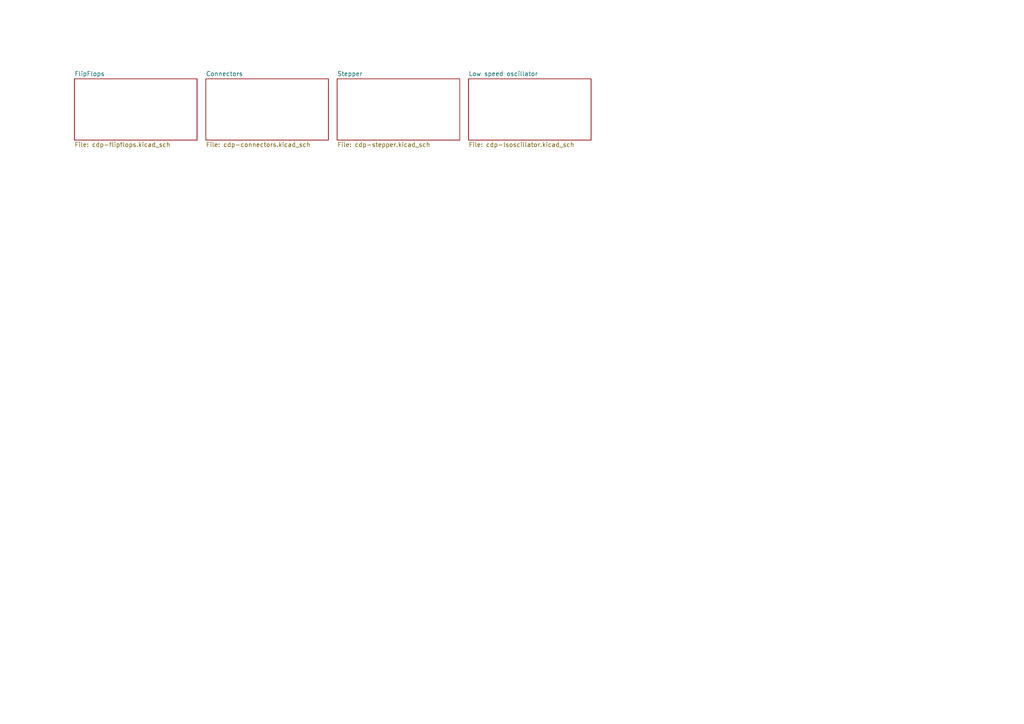
<source format=kicad_sch>
(kicad_sch (version 20230121) (generator eeschema)

  (uuid 79ddae9e-e34b-45d2-839a-57367545b266)

  (paper "A4")

  (title_block
    (title "LED driver and stepper board")
    (date "2023-04-25")
    (rev "1")
    (company "ZLED")
  )

  (lib_symbols
  )


  (sheet (at 21.59 22.86) (size 35.56 17.78) (fields_autoplaced)
    (stroke (width 0.1524) (type solid))
    (fill (color 0 0 0 0.0000))
    (uuid 2203823f-3cf9-45e4-bd76-1eeb6b184e52)
    (property "Sheetname" "FlipFlops" (at 21.59 22.1484 0)
      (effects (font (size 1.27 1.27)) (justify left bottom))
    )
    (property "Sheetfile" "cdp-flipflops.kicad_sch" (at 21.59 41.2246 0)
      (effects (font (size 1.27 1.27)) (justify left top))
    )
    (instances
      (project "cdp-leddriver"
        (path "/79ddae9e-e34b-45d2-839a-57367545b266" (page "2"))
      )
    )
  )

  (sheet (at 135.89 22.86) (size 35.56 17.78) (fields_autoplaced)
    (stroke (width 0.1524) (type solid))
    (fill (color 0 0 0 0.0000))
    (uuid 7833159b-d5f0-4640-9291-1bf827f87e96)
    (property "Sheetname" "Low speed oscillator" (at 135.89 22.1484 0)
      (effects (font (size 1.27 1.27)) (justify left bottom))
    )
    (property "Sheetfile" "cdp-lsoscillator.kicad_sch" (at 135.89 41.2246 0)
      (effects (font (size 1.27 1.27)) (justify left top))
    )
    (instances
      (project "cdp-leddriver"
        (path "/79ddae9e-e34b-45d2-839a-57367545b266" (page "5"))
      )
    )
  )

  (sheet (at 59.69 22.86) (size 35.56 17.78) (fields_autoplaced)
    (stroke (width 0.1524) (type solid))
    (fill (color 0 0 0 0.0000))
    (uuid d9829c0d-aab0-4a5f-9619-a75e3b85a7cb)
    (property "Sheetname" "Connectors" (at 59.69 22.1484 0)
      (effects (font (size 1.27 1.27)) (justify left bottom))
    )
    (property "Sheetfile" "cdp-connectors.kicad_sch" (at 59.69 41.2246 0)
      (effects (font (size 1.27 1.27)) (justify left top))
    )
    (instances
      (project "cdp-leddriver"
        (path "/79ddae9e-e34b-45d2-839a-57367545b266" (page "3"))
      )
    )
  )

  (sheet (at 97.79 22.86) (size 35.56 17.78) (fields_autoplaced)
    (stroke (width 0.1524) (type solid))
    (fill (color 0 0 0 0.0000))
    (uuid e4fb5f57-91b6-4601-83b7-25fdb1b2a277)
    (property "Sheetname" "Stepper" (at 97.79 22.1484 0)
      (effects (font (size 1.27 1.27)) (justify left bottom))
    )
    (property "Sheetfile" "cdp-stepper.kicad_sch" (at 97.79 41.2246 0)
      (effects (font (size 1.27 1.27)) (justify left top))
    )
    (instances
      (project "cdp-leddriver"
        (path "/79ddae9e-e34b-45d2-839a-57367545b266" (page "4"))
      )
    )
  )

  (sheet_instances
    (path "/" (page "1"))
  )
)

</source>
